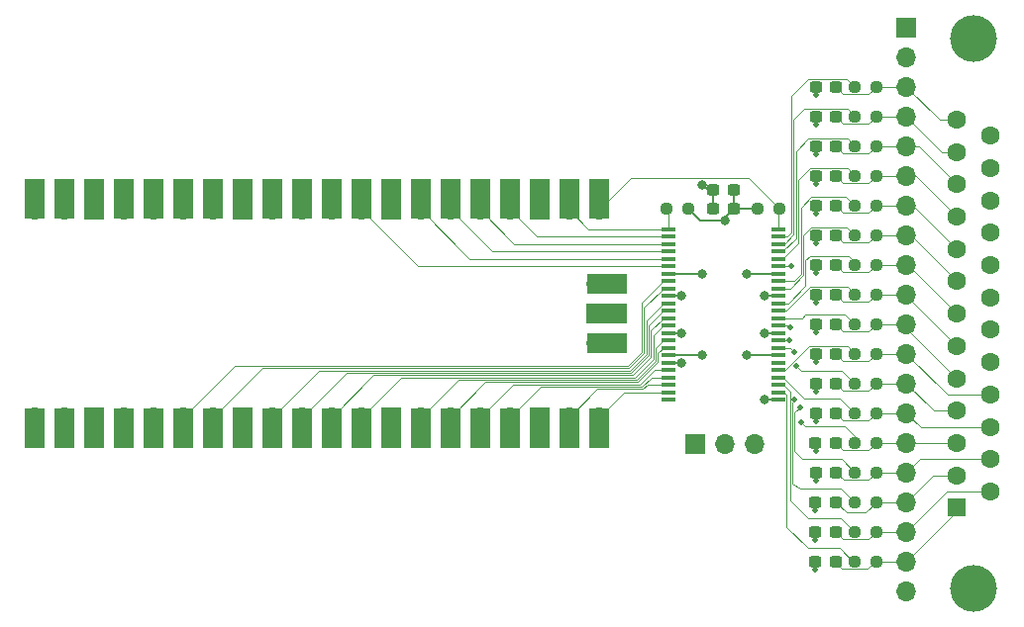
<source format=gbr>
%TF.GenerationSoftware,KiCad,Pcbnew,6.0.10-86aedd382b~118~ubuntu20.04.1*%
%TF.CreationDate,2022-12-31T17:49:25-08:00*%
%TF.ProjectId,parallel2usb,70617261-6c6c-4656-9c32-7573622e6b69,rev?*%
%TF.SameCoordinates,Original*%
%TF.FileFunction,Copper,L1,Top*%
%TF.FilePolarity,Positive*%
%FSLAX46Y46*%
G04 Gerber Fmt 4.6, Leading zero omitted, Abs format (unit mm)*
G04 Created by KiCad (PCBNEW 6.0.10-86aedd382b~118~ubuntu20.04.1) date 2022-12-31 17:49:25*
%MOMM*%
%LPD*%
G01*
G04 APERTURE LIST*
G04 Aperture macros list*
%AMRoundRect*
0 Rectangle with rounded corners*
0 $1 Rounding radius*
0 $2 $3 $4 $5 $6 $7 $8 $9 X,Y pos of 4 corners*
0 Add a 4 corners polygon primitive as box body*
4,1,4,$2,$3,$4,$5,$6,$7,$8,$9,$2,$3,0*
0 Add four circle primitives for the rounded corners*
1,1,$1+$1,$2,$3*
1,1,$1+$1,$4,$5*
1,1,$1+$1,$6,$7*
1,1,$1+$1,$8,$9*
0 Add four rect primitives between the rounded corners*
20,1,$1+$1,$2,$3,$4,$5,0*
20,1,$1+$1,$4,$5,$6,$7,0*
20,1,$1+$1,$6,$7,$8,$9,0*
20,1,$1+$1,$8,$9,$2,$3,0*%
G04 Aperture macros list end*
%TA.AperFunction,SMDPad,CuDef*%
%ADD10RoundRect,0.237500X0.300000X0.237500X-0.300000X0.237500X-0.300000X-0.237500X0.300000X-0.237500X0*%
%TD*%
%TA.AperFunction,SMDPad,CuDef*%
%ADD11RoundRect,0.237500X-0.300000X-0.237500X0.300000X-0.237500X0.300000X0.237500X-0.300000X0.237500X0*%
%TD*%
%TA.AperFunction,SMDPad,CuDef*%
%ADD12RoundRect,0.237500X0.250000X0.237500X-0.250000X0.237500X-0.250000X-0.237500X0.250000X-0.237500X0*%
%TD*%
%TA.AperFunction,ComponentPad*%
%ADD13O,1.700000X1.700000*%
%TD*%
%TA.AperFunction,SMDPad,CuDef*%
%ADD14R,1.700000X3.500000*%
%TD*%
%TA.AperFunction,ComponentPad*%
%ADD15R,1.700000X1.700000*%
%TD*%
%TA.AperFunction,SMDPad,CuDef*%
%ADD16R,3.500000X1.700000*%
%TD*%
%TA.AperFunction,SMDPad,CuDef*%
%ADD17R,1.200000X0.400000*%
%TD*%
%TA.AperFunction,ComponentPad*%
%ADD18C,4.000000*%
%TD*%
%TA.AperFunction,ComponentPad*%
%ADD19R,1.600000X1.600000*%
%TD*%
%TA.AperFunction,ComponentPad*%
%ADD20C,1.600000*%
%TD*%
%TA.AperFunction,SMDPad,CuDef*%
%ADD21RoundRect,0.237500X-0.250000X-0.237500X0.250000X-0.237500X0.250000X0.237500X-0.250000X0.237500X0*%
%TD*%
%TA.AperFunction,ViaPad*%
%ADD22C,0.460000*%
%TD*%
%TA.AperFunction,ViaPad*%
%ADD23C,0.800000*%
%TD*%
%TA.AperFunction,Conductor*%
%ADD24C,0.100000*%
%TD*%
%TA.AperFunction,Conductor*%
%ADD25C,0.200000*%
%TD*%
G04 APERTURE END LIST*
D10*
%TO.P,C3,1*%
%TO.N,/SEL*%
X188722000Y-82169000D03*
%TO.P,C3,2*%
%TO.N,GND*%
X186997000Y-82169000D03*
%TD*%
D11*
%TO.P,C19,1*%
%TO.N,Vcc*%
X178234000Y-91033600D03*
%TO.P,C19,2*%
%TO.N,GND*%
X179959000Y-91033600D03*
%TD*%
D10*
%TO.P,C16,1*%
%TO.N,/D1*%
X188698500Y-112649000D03*
%TO.P,C16,2*%
%TO.N,GND*%
X186973500Y-112649000D03*
%TD*%
%TO.P,C17,1*%
%TO.N,/D0*%
X188696600Y-117729000D03*
%TO.P,C17,2*%
%TO.N,GND*%
X186971600Y-117729000D03*
%TD*%
D12*
%TO.P,R9,1*%
%TO.N,/SEL*%
X192151000Y-82169000D03*
%TO.P,R9,2*%
%TO.N,Net-(U1-Pad47)*%
X190326000Y-82169000D03*
%TD*%
D10*
%TO.P,C15,1*%
%TO.N,/ERROR*%
X188719800Y-115189000D03*
%TO.P,C15,2*%
%TO.N,GND*%
X186994800Y-115189000D03*
%TD*%
%TO.P,C12,1*%
%TO.N,/ACK*%
X188722000Y-89789000D03*
%TO.P,C12,2*%
%TO.N,GND*%
X186997000Y-89789000D03*
%TD*%
D12*
%TO.P,R3,1*%
%TO.N,/D5*%
X192151000Y-97409000D03*
%TO.P,R3,2*%
%TO.N,Net-(U1-Pad38)*%
X190326000Y-97409000D03*
%TD*%
%TO.P,R12,1*%
%TO.N,/ACK*%
X192151000Y-89789000D03*
%TO.P,R12,2*%
%TO.N,Net-(U1-Pad44)*%
X190326000Y-89789000D03*
%TD*%
D10*
%TO.P,C5,1*%
%TO.N,/D5*%
X188722000Y-97409000D03*
%TO.P,C5,2*%
%TO.N,GND*%
X186997000Y-97409000D03*
%TD*%
%TO.P,C11,1*%
%TO.N,/D3*%
X188722000Y-102489000D03*
%TO.P,C11,2*%
%TO.N,GND*%
X186997000Y-102489000D03*
%TD*%
D12*
%TO.P,R11,1*%
%TO.N,/BUSY*%
X192151000Y-87249000D03*
%TO.P,R11,2*%
%TO.N,Net-(U1-Pad45)*%
X190326000Y-87249000D03*
%TD*%
D13*
%TO.P,U2,1,GPIO0*%
%TO.N,unconnected-(U2-Pad1)*%
X120194200Y-110490000D03*
D14*
X120194200Y-111390000D03*
%TO.P,U2,2,GPIO1*%
%TO.N,unconnected-(U2-Pad2)*%
X122734200Y-111390000D03*
D13*
X122734200Y-110490000D03*
D15*
%TO.P,U2,3,GND*%
%TO.N,GND*%
X125274200Y-110490000D03*
D14*
X125274200Y-111390000D03*
%TO.P,U2,4,GPIO2*%
%TO.N,unconnected-(U2-Pad4)*%
X127814200Y-111390000D03*
D13*
X127814200Y-110490000D03*
%TO.P,U2,5,GPIO3*%
%TO.N,unconnected-(U2-Pad5)*%
X130354200Y-110490000D03*
D14*
X130354200Y-111390000D03*
%TO.P,U2,6,GPIO4*%
%TO.N,/D7_3*%
X132894200Y-111390000D03*
D13*
X132894200Y-110490000D03*
%TO.P,U2,7,GPIO5*%
%TO.N,/D6_3*%
X135434200Y-110490000D03*
D14*
X135434200Y-111390000D03*
D15*
%TO.P,U2,8,GND*%
%TO.N,GND*%
X137974200Y-110490000D03*
D14*
X137974200Y-111390000D03*
D13*
%TO.P,U2,9,GPIO6*%
%TO.N,/D5_3*%
X140514200Y-110490000D03*
D14*
X140514200Y-111390000D03*
D13*
%TO.P,U2,10,GPIO7*%
%TO.N,/D4_3*%
X143054200Y-110490000D03*
D14*
X143054200Y-111390000D03*
D13*
%TO.P,U2,11,GPIO8*%
%TO.N,/D3_3*%
X145594200Y-110490000D03*
D14*
X145594200Y-111390000D03*
%TO.P,U2,12,GPIO9*%
%TO.N,/D2_3*%
X148134200Y-111390000D03*
D13*
X148134200Y-110490000D03*
D15*
%TO.P,U2,13,GND*%
%TO.N,GND*%
X150674200Y-110490000D03*
D14*
X150674200Y-111390000D03*
%TO.P,U2,14,GPIO10*%
%TO.N,/D1_3*%
X153214200Y-111390000D03*
D13*
X153214200Y-110490000D03*
D14*
%TO.P,U2,15,GPIO11*%
%TO.N,/D0_3*%
X155754200Y-111390000D03*
D13*
X155754200Y-110490000D03*
%TO.P,U2,16,GPIO12*%
%TO.N,/SELIN_3*%
X158294200Y-110490000D03*
D14*
X158294200Y-111390000D03*
%TO.P,U2,17,GPIO13*%
%TO.N,/INIT_3*%
X160834200Y-111390000D03*
D13*
X160834200Y-110490000D03*
D14*
%TO.P,U2,18,GND*%
%TO.N,GND*%
X163374200Y-111390000D03*
D15*
X163374200Y-110490000D03*
D13*
%TO.P,U2,19,GPIO14*%
%TO.N,/AUTOF_3*%
X165914200Y-110490000D03*
D14*
X165914200Y-111390000D03*
D13*
%TO.P,U2,20,GPIO15*%
%TO.N,/STROBE_3*%
X168454200Y-110490000D03*
D14*
X168454200Y-111390000D03*
D13*
%TO.P,U2,21,GPIO16*%
%TO.N,/DIR*%
X168454200Y-92710000D03*
D14*
X168454200Y-91810000D03*
D13*
%TO.P,U2,22,GPIO17*%
%TO.N,/HD*%
X165914200Y-92710000D03*
D14*
X165914200Y-91810000D03*
D15*
%TO.P,U2,23,GND*%
%TO.N,GND*%
X163374200Y-92710000D03*
D14*
X163374200Y-91810000D03*
D13*
%TO.P,U2,24,GPIO18*%
%TO.N,/SEL_3*%
X160834200Y-92710000D03*
D14*
X160834200Y-91810000D03*
%TO.P,U2,25,GPIO19*%
%TO.N,/PE_3*%
X158294200Y-91810000D03*
D13*
X158294200Y-92710000D03*
D14*
%TO.P,U2,26,GPIO20*%
%TO.N,/BUSY_3*%
X155754200Y-91810000D03*
D13*
X155754200Y-92710000D03*
%TO.P,U2,27,GPIO21*%
%TO.N,/ACK_3*%
X153214200Y-92710000D03*
D14*
X153214200Y-91810000D03*
D15*
%TO.P,U2,28,GND*%
%TO.N,GND*%
X150674200Y-92710000D03*
D14*
X150674200Y-91810000D03*
%TO.P,U2,29,GPIO22*%
%TO.N,/ERROR_3*%
X148134200Y-91810000D03*
D13*
X148134200Y-92710000D03*
%TO.P,U2,30,RUN*%
%TO.N,unconnected-(U2-Pad30)*%
X145594200Y-92710000D03*
D14*
X145594200Y-91810000D03*
%TO.P,U2,31,GPIO26_ADC0*%
%TO.N,unconnected-(U2-Pad31)*%
X143054200Y-91810000D03*
D13*
X143054200Y-92710000D03*
D14*
%TO.P,U2,32,GPIO27_ADC1*%
%TO.N,unconnected-(U2-Pad32)*%
X140514200Y-91810000D03*
D13*
X140514200Y-92710000D03*
D15*
%TO.P,U2,33,AGND*%
%TO.N,GND*%
X137974200Y-92710000D03*
D14*
X137974200Y-91810000D03*
%TO.P,U2,34,GPIO28_ADC2*%
%TO.N,unconnected-(U2-Pad34)*%
X135434200Y-91810000D03*
D13*
X135434200Y-92710000D03*
%TO.P,U2,35,ADC_VREF*%
%TO.N,unconnected-(U2-Pad35)*%
X132894200Y-92710000D03*
D14*
X132894200Y-91810000D03*
%TO.P,U2,36,3V3*%
%TO.N,Vcc*%
X130354200Y-91810000D03*
D13*
X130354200Y-92710000D03*
%TO.P,U2,37,3V3_EN*%
%TO.N,unconnected-(U2-Pad37)*%
X127814200Y-92710000D03*
D14*
X127814200Y-91810000D03*
%TO.P,U2,38,GND*%
%TO.N,GND*%
X125274200Y-91810000D03*
D15*
X125274200Y-92710000D03*
D14*
%TO.P,U2,39,VSYS*%
%TO.N,unconnected-(U2-Pad39)*%
X122734200Y-91810000D03*
D13*
X122734200Y-92710000D03*
D14*
%TO.P,U2,40,VBUS*%
%TO.N,Vcc_Cable*%
X120194200Y-91810000D03*
D13*
X120194200Y-92710000D03*
D16*
%TO.P,U2,41,SWCLK*%
%TO.N,/SWCLK*%
X169124200Y-104140000D03*
D13*
X168224200Y-104140000D03*
D16*
%TO.P,U2,42,GND*%
%TO.N,GND*%
X169124200Y-101600000D03*
D15*
X168224200Y-101600000D03*
D13*
%TO.P,U2,43,SWDIO*%
%TO.N,/SWDIO*%
X168224200Y-99060000D03*
D16*
X169124200Y-99060000D03*
%TD*%
D17*
%TO.P,U1,1,HD*%
%TO.N,/HD*%
X174371000Y-94361000D03*
%TO.P,U1,2,A9*%
%TO.N,/SEL_3*%
X174371000Y-94996000D03*
%TO.P,U1,3,A10*%
%TO.N,/PE_3*%
X174371000Y-95631000D03*
%TO.P,U1,4,A11*%
%TO.N,/BUSY_3*%
X174371000Y-96266000D03*
%TO.P,U1,5,A12*%
%TO.N,/ACK_3*%
X174371000Y-96901000D03*
%TO.P,U1,6,A13*%
%TO.N,/ERROR_3*%
X174371000Y-97536000D03*
%TO.P,U1,7,Vcc*%
%TO.N,Vcc*%
X174371000Y-98171000D03*
%TO.P,U1,8,A1*%
%TO.N,/D7_3*%
X174371000Y-98806000D03*
%TO.P,U1,9,A2*%
%TO.N,/D6_3*%
X174371000Y-99441000D03*
%TO.P,U1,10,GND*%
%TO.N,GND*%
X174371000Y-100076000D03*
%TO.P,U1,11,A3*%
%TO.N,/D5_3*%
X174371000Y-100711000D03*
%TO.P,U1,12,A4*%
%TO.N,/D4_3*%
X174371000Y-101346000D03*
%TO.P,U1,13,A5*%
%TO.N,/D3_3*%
X174371000Y-101981000D03*
%TO.P,U1,14,A6*%
%TO.N,/D2_3*%
X174371000Y-102616000D03*
%TO.P,U1,15,GND*%
%TO.N,GND*%
X174371000Y-103251000D03*
%TO.P,U1,16,A7*%
%TO.N,/D1_3*%
X174371000Y-103886000D03*
%TO.P,U1,17,A8*%
%TO.N,/D0_3*%
X174371000Y-104521000D03*
%TO.P,U1,18,Vcc*%
%TO.N,Vcc*%
X174371000Y-105156000D03*
%TO.P,U1,19,PERI_LOGIC_IN*%
%TO.N,GND*%
X174371000Y-105791000D03*
%TO.P,U1,20,A14*%
%TO.N,/SELIN_3*%
X174371000Y-106426000D03*
%TO.P,U1,21,A15*%
%TO.N,/INIT_3*%
X174371000Y-107061000D03*
%TO.P,U1,22,A16*%
%TO.N,/AUTOF_3*%
X174371000Y-107696000D03*
%TO.P,U1,23,A17*%
%TO.N,/STROBE_3*%
X174371000Y-108331000D03*
%TO.P,U1,24,HOST_LOGIC_OUT*%
%TO.N,unconnected-(U1-Pad24)*%
X174371000Y-108966000D03*
%TO.P,U1,25,HOST_LOGIC_IN*%
%TO.N,GND*%
X183771000Y-108966000D03*
%TO.P,U1,26,C17*%
%TO.N,Net-(U1-Pad26)*%
X183771000Y-108331000D03*
%TO.P,U1,27,C16*%
%TO.N,Net-(U1-Pad27)*%
X183771000Y-107696000D03*
%TO.P,U1,28,C15*%
%TO.N,Net-(U1-Pad28)*%
X183771000Y-107061000D03*
%TO.P,U1,29,C14*%
%TO.N,Net-(U1-Pad29)*%
X183771000Y-106426000D03*
%TO.P,U1,30,PERI_LOGIC_OUT*%
%TO.N,unconnected-(U1-Pad30)*%
X183771000Y-105791000D03*
%TO.P,U1,31,Vcc_Cable*%
%TO.N,Vcc_Cable*%
X183771000Y-105156000D03*
%TO.P,U1,32,B8*%
%TO.N,Net-(U1-Pad32)*%
X183771000Y-104521000D03*
%TO.P,U1,33,B7*%
%TO.N,Net-(U1-Pad33)*%
X183771000Y-103886000D03*
%TO.P,U1,34,GND*%
%TO.N,GND*%
X183771000Y-103251000D03*
%TO.P,U1,35,B6*%
%TO.N,Net-(U1-Pad35)*%
X183771000Y-102616000D03*
%TO.P,U1,36,B5*%
%TO.N,Net-(U1-Pad36)*%
X183771000Y-101981000D03*
%TO.P,U1,37,B4*%
%TO.N,Net-(U1-Pad37)*%
X183771000Y-101346000D03*
%TO.P,U1,38,B3*%
%TO.N,Net-(U1-Pad38)*%
X183771000Y-100711000D03*
%TO.P,U1,39,GND*%
%TO.N,GND*%
X183771000Y-100076000D03*
%TO.P,U1,40,B2*%
%TO.N,Net-(U1-Pad40)*%
X183771000Y-99441000D03*
%TO.P,U1,41,B1*%
%TO.N,Net-(U1-Pad41)*%
X183771000Y-98806000D03*
%TO.P,U1,42,Vcc_Cable*%
%TO.N,Vcc_Cable*%
X183771000Y-98171000D03*
%TO.P,U1,43,Y13*%
%TO.N,Net-(U1-Pad43)*%
X183771000Y-97536000D03*
%TO.P,U1,44,Y12*%
%TO.N,Net-(U1-Pad44)*%
X183771000Y-96901000D03*
%TO.P,U1,45,Y11*%
%TO.N,Net-(U1-Pad45)*%
X183771000Y-96266000D03*
%TO.P,U1,46,Y10*%
%TO.N,Net-(U1-Pad46)*%
X183771000Y-95631000D03*
%TO.P,U1,47,Y9*%
%TO.N,Net-(U1-Pad47)*%
X183771000Y-94996000D03*
%TO.P,U1,48,DIR*%
%TO.N,/DIR*%
X183771000Y-94361000D03*
%TD*%
D12*
%TO.P,R16,1*%
%TO.N,/AUTOF*%
X192151000Y-120269000D03*
%TO.P,R16,2*%
%TO.N,Net-(U1-Pad27)*%
X190326000Y-120269000D03*
%TD*%
D10*
%TO.P,C2,1*%
%TO.N,/D6*%
X188722000Y-94869000D03*
%TO.P,C2,2*%
%TO.N,GND*%
X186997000Y-94869000D03*
%TD*%
%TO.P,C4,1*%
%TO.N,/SELIN*%
X188722000Y-105029000D03*
%TO.P,C4,2*%
%TO.N,GND*%
X186997000Y-105029000D03*
%TD*%
%TO.P,C13,1*%
%TO.N,/STROBE*%
X188696600Y-122809000D03*
%TO.P,C13,2*%
%TO.N,GND*%
X186971600Y-122809000D03*
%TD*%
%TO.P,C9,1*%
%TO.N,/BUSY*%
X188722000Y-87249000D03*
%TO.P,C9,2*%
%TO.N,GND*%
X186997000Y-87249000D03*
%TD*%
D12*
%TO.P,R8,1*%
%TO.N,/D0*%
X192151000Y-117729000D03*
%TO.P,R8,2*%
%TO.N,Net-(U1-Pad32)*%
X190326000Y-117729000D03*
%TD*%
%TO.P,R6,1*%
%TO.N,/D2*%
X192151000Y-107569000D03*
%TO.P,R6,2*%
%TO.N,Net-(U1-Pad35)*%
X190326000Y-107569000D03*
%TD*%
D18*
%TO.P,J1,0,PAD*%
%TO.N,GND*%
X200508000Y-78055000D03*
X200508000Y-125155000D03*
D19*
%TO.P,J1,1,1*%
%TO.N,/STROBE*%
X199088000Y-118225000D03*
D20*
%TO.P,J1,2,2*%
%TO.N,/D0*%
X199088000Y-115455000D03*
%TO.P,J1,3,3*%
%TO.N,/D1*%
X199088000Y-112685000D03*
%TO.P,J1,4,4*%
%TO.N,/D2*%
X199088000Y-109915000D03*
%TO.P,J1,5,5*%
%TO.N,/D3*%
X199088000Y-107145000D03*
%TO.P,J1,6,6*%
%TO.N,/D4*%
X199088000Y-104375000D03*
%TO.P,J1,7,7*%
%TO.N,/D5*%
X199088000Y-101605000D03*
%TO.P,J1,8,8*%
%TO.N,/D6*%
X199088000Y-98835000D03*
%TO.P,J1,9,9*%
%TO.N,/D7*%
X199088000Y-96065000D03*
%TO.P,J1,10,10*%
%TO.N,/ACK*%
X199088000Y-93295000D03*
%TO.P,J1,11,11*%
%TO.N,/BUSY*%
X199088000Y-90525000D03*
%TO.P,J1,12,12*%
%TO.N,/PE*%
X199088000Y-87755000D03*
%TO.P,J1,13,13*%
%TO.N,/SEL*%
X199088000Y-84985000D03*
%TO.P,J1,14,P14*%
%TO.N,/AUTOF*%
X201928000Y-116840000D03*
%TO.P,J1,15,P15*%
%TO.N,/ERROR*%
X201928000Y-114070000D03*
%TO.P,J1,16,P16*%
%TO.N,/INIT*%
X201928000Y-111300000D03*
%TO.P,J1,17,P17*%
%TO.N,/SELIN*%
X201928000Y-108530000D03*
%TO.P,J1,18,P18*%
%TO.N,GND*%
X201928000Y-105760000D03*
%TO.P,J1,19,P19*%
X201928000Y-102990000D03*
%TO.P,J1,20,P20*%
X201928000Y-100220000D03*
%TO.P,J1,21,P21*%
X201928000Y-97450000D03*
%TO.P,J1,22,P22*%
X201928000Y-94680000D03*
%TO.P,J1,23,P23*%
X201928000Y-91910000D03*
%TO.P,J1,24,P24*%
X201928000Y-89140000D03*
%TO.P,J1,25,P25*%
X201928000Y-86370000D03*
%TD*%
D12*
%TO.P,R2,1*%
%TO.N,/D6*%
X192151000Y-94869000D03*
%TO.P,R2,2*%
%TO.N,Net-(U1-Pad40)*%
X190326000Y-94869000D03*
%TD*%
%TO.P,R15,1*%
%TO.N,/INIT*%
X192151000Y-110109000D03*
%TO.P,R15,2*%
%TO.N,Net-(U1-Pad28)*%
X190326000Y-110109000D03*
%TD*%
D10*
%TO.P,C10,1*%
%TO.N,/AUTOF*%
X188696600Y-120269000D03*
%TO.P,C10,2*%
%TO.N,GND*%
X186971600Y-120269000D03*
%TD*%
%TO.P,C8,1*%
%TO.N,/D4*%
X188722000Y-99949000D03*
%TO.P,C8,2*%
%TO.N,GND*%
X186997000Y-99949000D03*
%TD*%
D12*
%TO.P,R14,1*%
%TO.N,/SELIN*%
X192151000Y-105029000D03*
%TO.P,R14,2*%
%TO.N,Net-(U1-Pad29)*%
X190326000Y-105029000D03*
%TD*%
%TO.P,R18,1*%
%TO.N,GND*%
X176094400Y-92583000D03*
%TO.P,R18,2*%
%TO.N,/HD*%
X174269400Y-92583000D03*
%TD*%
D15*
%TO.P,J3,1,Pin_1*%
%TO.N,/SWCLK*%
X176672000Y-112776000D03*
D13*
%TO.P,J3,2,Pin_2*%
%TO.N,GND*%
X179212000Y-112776000D03*
%TO.P,J3,3,Pin_3*%
%TO.N,/SWDIO*%
X181752000Y-112776000D03*
%TD*%
D12*
%TO.P,R13,1*%
%TO.N,/ERROR*%
X192174500Y-115189000D03*
%TO.P,R13,2*%
%TO.N,Net-(U1-Pad43)*%
X190349500Y-115189000D03*
%TD*%
%TO.P,R10,1*%
%TO.N,/PE*%
X192151000Y-84709000D03*
%TO.P,R10,2*%
%TO.N,Net-(U1-Pad46)*%
X190326000Y-84709000D03*
%TD*%
D10*
%TO.P,C6,1*%
%TO.N,/PE*%
X188722000Y-84709000D03*
%TO.P,C6,2*%
%TO.N,GND*%
X186997000Y-84709000D03*
%TD*%
%TO.P,C14,1*%
%TO.N,/D2*%
X188722000Y-107569000D03*
%TO.P,C14,2*%
%TO.N,GND*%
X186997000Y-107569000D03*
%TD*%
%TO.P,C1,1*%
%TO.N,/D7*%
X188722000Y-92329000D03*
%TO.P,C1,2*%
%TO.N,GND*%
X186997000Y-92329000D03*
%TD*%
D21*
%TO.P,R19,1*%
%TO.N,GND*%
X182045600Y-92583000D03*
%TO.P,R19,2*%
%TO.N,/DIR*%
X183870600Y-92583000D03*
%TD*%
D12*
%TO.P,R17,1*%
%TO.N,/STROBE*%
X192147200Y-122809000D03*
%TO.P,R17,2*%
%TO.N,Net-(U1-Pad26)*%
X190322200Y-122809000D03*
%TD*%
%TO.P,R7,1*%
%TO.N,/D1*%
X192151000Y-112649000D03*
%TO.P,R7,2*%
%TO.N,Net-(U1-Pad33)*%
X190326000Y-112649000D03*
%TD*%
D11*
%TO.P,C18,1*%
%TO.N,Vcc*%
X178234000Y-92583000D03*
%TO.P,C18,2*%
%TO.N,GND*%
X179959000Y-92583000D03*
%TD*%
D10*
%TO.P,C7,1*%
%TO.N,/INIT*%
X188722000Y-110109000D03*
%TO.P,C7,2*%
%TO.N,GND*%
X186997000Y-110109000D03*
%TD*%
D12*
%TO.P,R1,1*%
%TO.N,/D7*%
X192151000Y-92329000D03*
%TO.P,R1,2*%
%TO.N,Net-(U1-Pad41)*%
X190326000Y-92329000D03*
%TD*%
%TO.P,R4,1*%
%TO.N,/D4*%
X192151000Y-99949000D03*
%TO.P,R4,2*%
%TO.N,Net-(U1-Pad37)*%
X190326000Y-99949000D03*
%TD*%
D15*
%TO.P,J2,1,Pin_1*%
%TO.N,Vcc*%
X194770000Y-77089000D03*
D13*
%TO.P,J2,2,Pin_2*%
%TO.N,Vcc_Cable*%
X194770000Y-79629000D03*
%TO.P,J2,3,Pin_3*%
%TO.N,/SEL*%
X194770000Y-82169000D03*
%TO.P,J2,4,Pin_4*%
%TO.N,/PE*%
X194770000Y-84709000D03*
%TO.P,J2,5,Pin_5*%
%TO.N,/BUSY*%
X194770000Y-87249000D03*
%TO.P,J2,6,Pin_6*%
%TO.N,/ACK*%
X194770000Y-89789000D03*
%TO.P,J2,7,Pin_7*%
%TO.N,/D7*%
X194770000Y-92329000D03*
%TO.P,J2,8,Pin_8*%
%TO.N,/D6*%
X194770000Y-94869000D03*
%TO.P,J2,9,Pin_9*%
%TO.N,/D5*%
X194770000Y-97409000D03*
%TO.P,J2,10,Pin_10*%
%TO.N,/D4*%
X194770000Y-99949000D03*
%TO.P,J2,11,Pin_11*%
%TO.N,/D3*%
X194770000Y-102489000D03*
%TO.P,J2,12,Pin_12*%
%TO.N,/SELIN*%
X194770000Y-105029000D03*
%TO.P,J2,13,Pin_13*%
%TO.N,/D2*%
X194770000Y-107569000D03*
%TO.P,J2,14,Pin_14*%
%TO.N,/INIT*%
X194770000Y-110109000D03*
%TO.P,J2,15,Pin_15*%
%TO.N,/D1*%
X194770000Y-112649000D03*
%TO.P,J2,16,Pin_16*%
%TO.N,/ERROR*%
X194770000Y-115189000D03*
%TO.P,J2,17,Pin_17*%
%TO.N,/D0*%
X194770000Y-117729000D03*
%TO.P,J2,18,Pin_18*%
%TO.N,/AUTOF*%
X194770000Y-120269000D03*
%TO.P,J2,19,Pin_19*%
%TO.N,/STROBE*%
X194770000Y-122809000D03*
%TO.P,J2,20,Pin_20*%
%TO.N,GND*%
X194770000Y-125349000D03*
%TD*%
D12*
%TO.P,R5,1*%
%TO.N,/D3*%
X192151000Y-102489000D03*
%TO.P,R5,2*%
%TO.N,Net-(U1-Pad36)*%
X190326000Y-102489000D03*
%TD*%
D22*
%TO.N,GND*%
X186994800Y-113385600D03*
X186994800Y-82905600D03*
X186994800Y-87985600D03*
D23*
X182626000Y-100076000D03*
D22*
X186994800Y-110845600D03*
D23*
X175514000Y-100076000D03*
X182626000Y-108966000D03*
D22*
X186994800Y-85445600D03*
X186994800Y-108305600D03*
X186994800Y-98145600D03*
X186994800Y-103225600D03*
X186994800Y-93065600D03*
X186994800Y-90525600D03*
X186994800Y-105765600D03*
X186969400Y-121005600D03*
X186994800Y-95605600D03*
X186994800Y-115925600D03*
D23*
X175514000Y-103251000D03*
X182626000Y-103251000D03*
D22*
X186969400Y-123545600D03*
D23*
X179197000Y-93599000D03*
D22*
X186994800Y-100685600D03*
X186969400Y-118465600D03*
D23*
X175514000Y-105791000D03*
%TO.N,Vcc*%
X177292000Y-90551000D03*
X177292000Y-105156000D03*
X177292000Y-98171000D03*
%TO.N,Vcc_Cable*%
X181102000Y-105156000D03*
X181102000Y-98171000D03*
D22*
%TO.N,Net-(U1-Pad35)*%
X185369200Y-106095800D03*
X184785000Y-102819200D03*
%TO.N,Net-(U1-Pad33)*%
X185724800Y-110921800D03*
X184759600Y-103860600D03*
%TO.N,Net-(U1-Pad32)*%
X185194974Y-108966000D03*
X185166000Y-104902000D03*
%TO.N,Net-(U1-Pad43)*%
X184912000Y-97536000D03*
X185674000Y-109601000D03*
%TD*%
D24*
%TO.N,/INIT_3*%
X172945862Y-107061000D02*
X174371000Y-107061000D01*
X163458266Y-107865934D02*
X172140928Y-107865934D01*
X160834200Y-110490000D02*
X163458266Y-107865934D01*
X172140928Y-107865934D02*
X172945862Y-107061000D01*
%TO.N,/AUTOF_3*%
X172223560Y-108065440D02*
X168338760Y-108065440D01*
X172223560Y-108065440D02*
X172593000Y-107696000D01*
X172593000Y-107696000D02*
X174371000Y-107696000D01*
%TO.N,/SELIN_3*%
X158294200Y-110490000D02*
X161117772Y-107666428D01*
X161117772Y-107666428D02*
X171987572Y-107666428D01*
X171987572Y-107666428D02*
X173228000Y-106426000D01*
X173228000Y-106426000D02*
X174371000Y-106426000D01*
%TO.N,/D0_3*%
X155754200Y-110490000D02*
X158777278Y-107466922D01*
X158777278Y-107466922D02*
X171806078Y-107466922D01*
X171806078Y-107466922D02*
X173518004Y-105754996D01*
X173518004Y-105754996D02*
X173518004Y-104973996D01*
X173518004Y-104973996D02*
X173971000Y-104521000D01*
X173971000Y-104521000D02*
X174371000Y-104521000D01*
%TO.N,/D1_3*%
X153214200Y-110490000D02*
X156436784Y-107267416D01*
X173318503Y-105627503D02*
X173318503Y-104538497D01*
X156436784Y-107267416D02*
X171678590Y-107267416D01*
X173971000Y-103886000D02*
X174371000Y-103886000D01*
X171678590Y-107267416D02*
X173318503Y-105627503D01*
X173318503Y-104538497D02*
X173971000Y-103886000D01*
%TO.N,/D2_3*%
X148134200Y-110490000D02*
X151556290Y-107067910D01*
X151556290Y-107067910D02*
X171570090Y-107067910D01*
X171570090Y-107067910D02*
X173119002Y-105518998D01*
X173119002Y-105518998D02*
X173119002Y-103467998D01*
X173119002Y-103467998D02*
X173971000Y-102616000D01*
X173971000Y-102616000D02*
X174371000Y-102616000D01*
%TO.N,/D3_3*%
X145594200Y-110490000D02*
X149215797Y-106868403D01*
X149215797Y-106868403D02*
X171388597Y-106868403D01*
X171388597Y-106868403D02*
X172919501Y-105337499D01*
X172919501Y-105337499D02*
X172919501Y-103032499D01*
X172919501Y-103032499D02*
X173971000Y-101981000D01*
X173971000Y-101981000D02*
X174371000Y-101981000D01*
%TO.N,/D4_3*%
X171207097Y-106668903D02*
X146875297Y-106668903D01*
X172720000Y-102597000D02*
X172720000Y-105156000D01*
X171207097Y-106668903D02*
X172720000Y-105156000D01*
%TO.N,/D6_3*%
X173971000Y-99441000D02*
X174371000Y-99441000D01*
X172309901Y-101102099D02*
X173971000Y-99441000D01*
X139654299Y-106269901D02*
X171029765Y-106269901D01*
%TO.N,/D5_3*%
X171112402Y-106469402D02*
X172509402Y-105072402D01*
%TO.N,/D6_3*%
X172309901Y-104989765D02*
X172309901Y-101102099D01*
X135434200Y-110490000D02*
X139654299Y-106269901D01*
%TO.N,/D5_3*%
X172509402Y-102172598D02*
X172509402Y-105072402D01*
%TO.N,/D6_3*%
X171029765Y-106269901D02*
X172309901Y-104989765D01*
%TO.N,/D5_3*%
X171112402Y-106469402D02*
X144534798Y-106469402D01*
%TO.N,/D7_3*%
X132894200Y-110490000D02*
X137313800Y-106070400D01*
X137313800Y-106070400D02*
X170916600Y-106070400D01*
X170916600Y-106070400D02*
X172110400Y-104876600D01*
X172110400Y-100666600D02*
X173971000Y-98806000D01*
X172110400Y-104876600D02*
X172110400Y-100666600D01*
X173971000Y-98806000D02*
X174371000Y-98806000D01*
D25*
%TO.N,GND*%
X174371000Y-105791000D02*
X175514000Y-105791000D01*
X186997000Y-105763400D02*
X186994800Y-105765600D01*
X186997000Y-110109000D02*
X186997000Y-110843400D01*
X183771000Y-100076000D02*
X182626000Y-100076000D01*
X179197000Y-93345000D02*
X179959000Y-92583000D01*
X186997000Y-82903400D02*
X186994800Y-82905600D01*
X186971600Y-117729000D02*
X186971600Y-118463400D01*
X179959000Y-92583000D02*
X182045600Y-92583000D01*
X186997000Y-85443400D02*
X186994800Y-85445600D01*
X186997000Y-84709000D02*
X186997000Y-85443400D01*
X186971600Y-121003400D02*
X186969400Y-121005600D01*
X179197000Y-93599000D02*
X179197000Y-93345000D01*
X186997000Y-110843400D02*
X186994800Y-110845600D01*
X186997000Y-82169000D02*
X186997000Y-82903400D01*
X186997000Y-87249000D02*
X186997000Y-87983400D01*
X186997000Y-105029000D02*
X186997000Y-105763400D01*
X174371000Y-103251000D02*
X175514000Y-103251000D01*
X186971600Y-120269000D02*
X186971600Y-121003400D01*
X186997000Y-92329000D02*
X186997000Y-93063400D01*
X186973500Y-112649000D02*
X186973500Y-113364300D01*
X186997000Y-102489000D02*
X186997000Y-103223400D01*
X186997000Y-95603400D02*
X186994800Y-95605600D01*
X179959000Y-91033600D02*
X179959000Y-92583000D01*
X186971600Y-118463400D02*
X186969400Y-118465600D01*
X176094400Y-92583000D02*
X177110400Y-93599000D01*
X186997000Y-103223400D02*
X186994800Y-103225600D01*
X186973500Y-113364300D02*
X186994800Y-113385600D01*
X186997000Y-94869000D02*
X186997000Y-95603400D01*
X186994800Y-115189000D02*
X186994800Y-115925600D01*
X177110400Y-93599000D02*
X179197000Y-93599000D01*
X186997000Y-90523400D02*
X186994800Y-90525600D01*
X186997000Y-99949000D02*
X186997000Y-100683400D01*
X186997000Y-108303400D02*
X186994800Y-108305600D01*
X186997000Y-100683400D02*
X186994800Y-100685600D01*
X186997000Y-107569000D02*
X186997000Y-108303400D01*
X186997000Y-87983400D02*
X186994800Y-87985600D01*
X186971600Y-123543400D02*
X186969400Y-123545600D01*
X186997000Y-97409000D02*
X186997000Y-98143400D01*
X183771000Y-103251000D02*
X182626000Y-103251000D01*
X186997000Y-89789000D02*
X186997000Y-90523400D01*
X182753000Y-108966000D02*
X182626000Y-108966000D01*
X183771000Y-108966000D02*
X182753000Y-108966000D01*
X186971600Y-122809000D02*
X186971600Y-123543400D01*
X174371000Y-100076000D02*
X175514000Y-100076000D01*
X186997000Y-98143400D02*
X186994800Y-98145600D01*
X186997000Y-93063400D02*
X186994800Y-93065600D01*
D24*
%TO.N,/STROBE*%
X191399000Y-123434000D02*
X189220000Y-123434000D01*
X199088000Y-118225000D02*
X199088000Y-118491000D01*
X199088000Y-118491000D02*
X194770000Y-122809000D01*
X192024000Y-122809000D02*
X191399000Y-123434000D01*
X194770000Y-122809000D02*
X192024000Y-122809000D01*
X189220000Y-123434000D02*
X188595000Y-122809000D01*
%TO.N,/D0*%
X192151000Y-117729000D02*
X191262000Y-118618000D01*
X189611000Y-118618000D02*
X188722000Y-117729000D01*
X194770000Y-117729000D02*
X192151000Y-117729000D01*
X199088000Y-115455000D02*
X197044000Y-115455000D01*
X191262000Y-118618000D02*
X189611000Y-118618000D01*
X197044000Y-115455000D02*
X194770000Y-117729000D01*
%TO.N,/D1*%
X194770000Y-112649000D02*
X192151000Y-112649000D01*
X189323500Y-113274000D02*
X188698500Y-112649000D01*
X192151000Y-112649000D02*
X191526000Y-113274000D01*
X191526000Y-113274000D02*
X189323500Y-113274000D01*
X194806000Y-112685000D02*
X194770000Y-112649000D01*
X199088000Y-112685000D02*
X194806000Y-112685000D01*
%TO.N,/D2*%
X197116000Y-109915000D02*
X194770000Y-107569000D01*
X199088000Y-109915000D02*
X197116000Y-109915000D01*
X191526000Y-108194000D02*
X189347000Y-108194000D01*
X194770000Y-107569000D02*
X192151000Y-107569000D01*
X192151000Y-107569000D02*
X191526000Y-108194000D01*
X189347000Y-108194000D02*
X188722000Y-107569000D01*
%TO.N,/D3*%
X189347000Y-103114000D02*
X188722000Y-102489000D01*
X199088000Y-107145000D02*
X194770000Y-102827000D01*
X191526000Y-103114000D02*
X189347000Y-103114000D01*
X194770000Y-102827000D02*
X194770000Y-102489000D01*
X194770000Y-102489000D02*
X192151000Y-102489000D01*
X192151000Y-102489000D02*
X191526000Y-103114000D01*
%TO.N,/D4*%
X199088000Y-104375000D02*
X194770000Y-100057000D01*
X192151000Y-99949000D02*
X191526000Y-100574000D01*
X189347000Y-100574000D02*
X188722000Y-99949000D01*
X194770000Y-99949000D02*
X192151000Y-99949000D01*
X194770000Y-100057000D02*
X194770000Y-99949000D01*
X191526000Y-100574000D02*
X189347000Y-100574000D01*
%TO.N,/D5*%
X199088000Y-101605000D02*
X194892000Y-97409000D01*
X191526000Y-98034000D02*
X189347000Y-98034000D01*
X194770000Y-97409000D02*
X192151000Y-97409000D01*
X192151000Y-97409000D02*
X191526000Y-98034000D01*
X194892000Y-97409000D02*
X194770000Y-97409000D01*
X189347000Y-98034000D02*
X188722000Y-97409000D01*
%TO.N,/D6*%
X199088000Y-98835000D02*
X195122000Y-94869000D01*
X194770000Y-94869000D02*
X192151000Y-94869000D01*
X192151000Y-94869000D02*
X191526000Y-95494000D01*
X189347000Y-95494000D02*
X188722000Y-94869000D01*
X191526000Y-95494000D02*
X189347000Y-95494000D01*
X195122000Y-94869000D02*
X194770000Y-94869000D01*
%TO.N,/ACK*%
X199088000Y-93295000D02*
X195582000Y-89789000D01*
X189347000Y-90414000D02*
X188722000Y-89789000D01*
X195582000Y-89789000D02*
X194770000Y-89789000D01*
X192151000Y-89789000D02*
X191526000Y-90414000D01*
X191526000Y-90414000D02*
X189347000Y-90414000D01*
X194770000Y-89789000D02*
X192151000Y-89789000D01*
%TO.N,/BUSY*%
X194770000Y-87249000D02*
X192151000Y-87249000D01*
X192151000Y-87249000D02*
X191526000Y-87874000D01*
X199088000Y-90525000D02*
X195812000Y-87249000D01*
X189347000Y-87874000D02*
X188722000Y-87249000D01*
X191526000Y-87874000D02*
X189347000Y-87874000D01*
X195812000Y-87249000D02*
X194770000Y-87249000D01*
%TO.N,/PE*%
X189347000Y-85334000D02*
X188722000Y-84709000D01*
X199088000Y-87755000D02*
X197816000Y-87755000D01*
X192151000Y-84709000D02*
X191526000Y-85334000D01*
X197816000Y-87755000D02*
X194770000Y-84709000D01*
X191526000Y-85334000D02*
X189347000Y-85334000D01*
X194770000Y-84709000D02*
X192151000Y-84709000D01*
%TO.N,/SEL*%
X192151000Y-82169000D02*
X191526000Y-82794000D01*
X199088000Y-84985000D02*
X197586000Y-84985000D01*
X197586000Y-84985000D02*
X194770000Y-82169000D01*
X189347000Y-82794000D02*
X188722000Y-82169000D01*
X191526000Y-82794000D02*
X189347000Y-82794000D01*
X194770000Y-82169000D02*
X192151000Y-82169000D01*
%TO.N,/AUTOF*%
X189347000Y-120894000D02*
X188722000Y-120269000D01*
X191526000Y-120894000D02*
X189347000Y-120894000D01*
X194770000Y-120269000D02*
X192151000Y-120269000D01*
X192151000Y-120269000D02*
X191526000Y-120894000D01*
X201928000Y-116840000D02*
X198199000Y-116840000D01*
X198199000Y-116840000D02*
X194770000Y-120269000D01*
%TO.N,/ERROR*%
X195889000Y-114070000D02*
X194770000Y-115189000D01*
X191549500Y-115814000D02*
X189370500Y-115814000D01*
X192174500Y-115189000D02*
X191549500Y-115814000D01*
X194770000Y-115189000D02*
X192174500Y-115189000D01*
X201928000Y-114070000D02*
X195889000Y-114070000D01*
X189370500Y-115814000D02*
X188745500Y-115189000D01*
%TO.N,/INIT*%
X195961000Y-111300000D02*
X194770000Y-110109000D01*
X189347000Y-110734000D02*
X188722000Y-110109000D01*
X201928000Y-111300000D02*
X195961000Y-111300000D01*
X191526000Y-110734000D02*
X189347000Y-110734000D01*
X192151000Y-110109000D02*
X191526000Y-110734000D01*
X194770000Y-110109000D02*
X192151000Y-110109000D01*
%TO.N,/SELIN*%
X192151000Y-105029000D02*
X191526000Y-105654000D01*
X194770000Y-105029000D02*
X192151000Y-105029000D01*
X191526000Y-105654000D02*
X189347000Y-105654000D01*
X198271000Y-108530000D02*
X194770000Y-105029000D01*
X189347000Y-105654000D02*
X188722000Y-105029000D01*
X201928000Y-108530000D02*
X198271000Y-108530000D01*
%TO.N,/D7*%
X191526000Y-92954000D02*
X189347000Y-92954000D01*
X194770000Y-92329000D02*
X192151000Y-92329000D01*
X195352000Y-92329000D02*
X194770000Y-92329000D01*
X199088000Y-96065000D02*
X195352000Y-92329000D01*
X192151000Y-92329000D02*
X191526000Y-92954000D01*
X189347000Y-92954000D02*
X188722000Y-92329000D01*
%TO.N,/D5_3*%
X174371000Y-100711000D02*
X173971000Y-100711000D01*
X173971000Y-100711000D02*
X172509402Y-102172598D01*
X144534798Y-106469402D02*
X140514200Y-110490000D01*
%TO.N,/D4_3*%
X146875297Y-106668903D02*
X143054200Y-110490000D01*
X174371000Y-101346000D02*
X173971000Y-101346000D01*
X173971000Y-101346000D02*
X172720000Y-102597000D01*
D25*
%TO.N,Vcc*%
X178234000Y-91033600D02*
X177774600Y-91033600D01*
X174371000Y-98171000D02*
X177292000Y-98171000D01*
X177774600Y-91033600D02*
X177292000Y-90551000D01*
X174371000Y-105156000D02*
X177292000Y-105156000D01*
X178234000Y-92583000D02*
X178234000Y-91033600D01*
%TO.N,Vcc_Cable*%
X183771000Y-105156000D02*
X181102000Y-105156000D01*
X183771000Y-98171000D02*
X181102000Y-98171000D01*
D24*
%TO.N,Net-(U1-Pad41)*%
X189589400Y-91592400D02*
X186639200Y-91592400D01*
X185133670Y-98806000D02*
X183771000Y-98806000D01*
X185713703Y-92517897D02*
X185713703Y-98225967D01*
X190326000Y-92329000D02*
X189589400Y-91592400D01*
X185713703Y-98225967D02*
X185133670Y-98806000D01*
X186639200Y-91592400D02*
X185713703Y-92517897D01*
%TO.N,Net-(U1-Pad40)*%
X189665600Y-94208600D02*
X186571892Y-94208600D01*
X190326000Y-94869000D02*
X189665600Y-94208600D01*
X184780808Y-99441000D02*
X185913204Y-98308604D01*
X186571892Y-94208600D02*
X185913204Y-94867288D01*
X183771000Y-99441000D02*
X184780808Y-99441000D01*
X185913204Y-94867288D02*
X185913204Y-98308604D01*
%TO.N,Net-(U1-Pad38)*%
X186486800Y-96672400D02*
X186131200Y-97028000D01*
X190326000Y-97184200D02*
X189814200Y-96672400D01*
X190326000Y-97409000D02*
X190326000Y-97184200D01*
X186131200Y-97028000D02*
X186131200Y-99237800D01*
X186131200Y-99237800D02*
X184658000Y-100711000D01*
X184658000Y-100711000D02*
X183771000Y-100711000D01*
X189814200Y-96672400D02*
X186486800Y-96672400D01*
%TO.N,Net-(U1-Pad37)*%
X186536492Y-99324000D02*
X184514492Y-101346000D01*
X190326000Y-99949000D02*
X189701000Y-99324000D01*
X184514492Y-101346000D02*
X183771000Y-101346000D01*
X189701000Y-99324000D02*
X186536492Y-99324000D01*
%TO.N,Net-(U1-Pad36)*%
X185801000Y-101981000D02*
X186131200Y-101650800D01*
X190326000Y-102489000D02*
X189487800Y-101650800D01*
X189487800Y-101650800D02*
X186131200Y-101650800D01*
X183771000Y-101981000D02*
X185801000Y-101981000D01*
%TO.N,Net-(U1-Pad35)*%
X189259200Y-106502200D02*
X185775600Y-106502200D01*
X183771000Y-102616000D02*
X184581800Y-102616000D01*
X190326000Y-107569000D02*
X189259200Y-106502200D01*
X184581800Y-102616000D02*
X184785000Y-102819200D01*
X185775600Y-106502200D02*
X185369200Y-106095800D01*
%TO.N,Net-(U1-Pad33)*%
X189484000Y-111252000D02*
X190326000Y-112094000D01*
X185724800Y-110921800D02*
X186055000Y-111252000D01*
X190326000Y-112094000D02*
X190326000Y-112649000D01*
X184759600Y-103860600D02*
X183796400Y-103860600D01*
X186055000Y-111252000D02*
X189484000Y-111252000D01*
X183796400Y-103860600D02*
X183771000Y-103886000D01*
%TO.N,Net-(U1-Pad32)*%
X185674000Y-116586000D02*
X184988200Y-116128800D01*
X183771000Y-104521000D02*
X184785000Y-104521000D01*
X184785000Y-104521000D02*
X185166000Y-104902000D01*
X189183000Y-116586000D02*
X185674000Y-116586000D01*
X190326000Y-117729000D02*
X189183000Y-116586000D01*
X184985000Y-109175974D02*
X185194974Y-108966000D01*
X184985000Y-116125600D02*
X184985000Y-109175974D01*
X184988200Y-116128800D02*
X184985000Y-116125600D01*
%TO.N,Net-(U1-Pad47)*%
X190326000Y-82169000D02*
X189665600Y-81508600D01*
X184607200Y-94996000D02*
X183771000Y-94996000D01*
X184912000Y-82981800D02*
X184912000Y-94691200D01*
X184912000Y-94691200D02*
X184607200Y-94996000D01*
X186385200Y-81508600D02*
X184912000Y-82981800D01*
X189665600Y-81508600D02*
X186385200Y-81508600D01*
%TO.N,Net-(U1-Pad46)*%
X183771000Y-95631000D02*
X184277000Y-95631000D01*
X186045000Y-84084000D02*
X185115200Y-85013800D01*
X190326000Y-84709000D02*
X189701000Y-84084000D01*
X185115200Y-85013800D02*
X185115200Y-94792800D01*
X189701000Y-84084000D02*
X186045000Y-84084000D01*
X184277000Y-95631000D02*
X185115200Y-94792800D01*
%TO.N,Net-(U1-Pad45)*%
X185314701Y-87684499D02*
X186375200Y-86624000D01*
X185314701Y-95122299D02*
X185314701Y-87684499D01*
X189701000Y-86624000D02*
X190326000Y-87249000D01*
X183771000Y-96266000D02*
X184171000Y-96266000D01*
X184171000Y-96266000D02*
X185314701Y-95122299D01*
X186375200Y-86624000D02*
X189701000Y-86624000D01*
%TO.N,Net-(U1-Pad44)*%
X189701000Y-89164000D02*
X190326000Y-89789000D01*
X183771000Y-96901000D02*
X184171000Y-96901000D01*
X184171000Y-96901000D02*
X185514202Y-95557798D01*
X185514202Y-95557798D02*
X185514202Y-90186290D01*
X185514202Y-90186290D02*
X186536492Y-89164000D01*
X186536492Y-89164000D02*
X189701000Y-89164000D01*
%TO.N,Net-(U1-Pad43)*%
X190349500Y-115189000D02*
X189206500Y-114046000D01*
X185864400Y-114046000D02*
X185185000Y-113366600D01*
X185185000Y-113366600D02*
X185185000Y-110090000D01*
X189206500Y-114046000D02*
X185864400Y-114046000D01*
X183771000Y-97536000D02*
X184912000Y-97536000D01*
X185185000Y-110090000D02*
X185674000Y-109601000D01*
%TO.N,/AUTOF_3*%
X168338760Y-108065440D02*
X165914200Y-110490000D01*
%TO.N,/STROBE_3*%
X170613200Y-108331000D02*
X168454200Y-110490000D01*
X174371000Y-108331000D02*
X170613200Y-108331000D01*
%TO.N,/BUSY_3*%
X159310200Y-96266000D02*
X155754200Y-92710000D01*
X174371000Y-96266000D02*
X159310200Y-96266000D01*
%TO.N,/PE_3*%
X174371000Y-95631000D02*
X161215200Y-95631000D01*
X161215200Y-95631000D02*
X158294200Y-92710000D01*
%TO.N,/SEL_3*%
X174371000Y-94996000D02*
X163120200Y-94996000D01*
X163120200Y-94996000D02*
X160834200Y-92710000D01*
%TO.N,/ERROR_3*%
X152960200Y-97536000D02*
X148134200Y-92710000D01*
X174371000Y-97536000D02*
X152960200Y-97536000D01*
%TO.N,/ACK_3*%
X157405200Y-96901000D02*
X153214200Y-92710000D01*
X174371000Y-96901000D02*
X157405200Y-96901000D01*
%TO.N,Net-(U1-Pad29)*%
X184404000Y-106426000D02*
X183771000Y-106426000D01*
X190326000Y-105029000D02*
X189701000Y-104404000D01*
X189701000Y-104404000D02*
X186426000Y-104404000D01*
X186426000Y-104404000D02*
X184404000Y-106426000D01*
%TO.N,Net-(U1-Pad28)*%
X190326000Y-110109000D02*
X189056000Y-108839000D01*
X189056000Y-108839000D02*
X186029600Y-108839000D01*
X184251600Y-107061000D02*
X183771000Y-107061000D01*
X186029600Y-108839000D02*
X184251600Y-107061000D01*
%TO.N,Net-(U1-Pad27)*%
X186309000Y-119126000D02*
X184785000Y-117602000D01*
X184236000Y-107696000D02*
X183771000Y-107696000D01*
X184785000Y-117602000D02*
X184785000Y-108245000D01*
X184785000Y-108245000D02*
X184236000Y-107696000D01*
X190326000Y-120269000D02*
X189183000Y-119126000D01*
X189183000Y-119126000D02*
X186309000Y-119126000D01*
%TO.N,Net-(U1-Pad26)*%
X184521000Y-108575000D02*
X184277000Y-108331000D01*
X184521000Y-119878000D02*
X184521000Y-108575000D01*
X190199000Y-122809000D02*
X189056000Y-121666000D01*
X184277000Y-108331000D02*
X183771000Y-108331000D01*
X186309000Y-121666000D02*
X184521000Y-119878000D01*
X189056000Y-121666000D02*
X186309000Y-121666000D01*
%TO.N,/HD*%
X174371000Y-94361000D02*
X167565200Y-94361000D01*
X167565200Y-94361000D02*
X165914200Y-92710000D01*
X174371000Y-92684600D02*
X174371000Y-94361000D01*
X174269400Y-92583000D02*
X174371000Y-92684600D01*
%TO.N,/DIR*%
X181289100Y-90001500D02*
X171162700Y-90001500D01*
X183771000Y-92682600D02*
X183771000Y-94361000D01*
X183870600Y-92583000D02*
X181289100Y-90001500D01*
X183870600Y-92583000D02*
X183771000Y-92682600D01*
X171162700Y-90001500D02*
X168454200Y-92710000D01*
%TD*%
M02*

</source>
